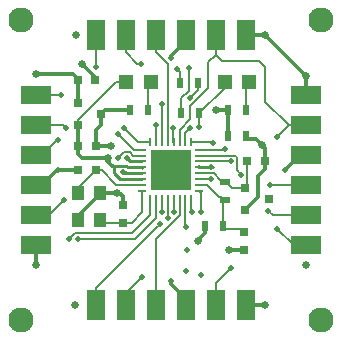
<source format=gbr>
G04 #@! TF.FileFunction,Copper,L1,Top,Signal*
%FSLAX46Y46*%
G04 Gerber Fmt 4.6, Leading zero omitted, Abs format (unit mm)*
G04 Created by KiCad (PCBNEW 4.0.0-rc1-stable) date 10/19/2015 9:11:09 PM*
%MOMM*%
G01*
G04 APERTURE LIST*
%ADD10C,0.100000*%
%ADD11R,0.700000X0.250000*%
%ADD12R,0.250000X0.700000*%
%ADD13R,1.725000X1.725000*%
%ADD14C,2.130000*%
%ADD15R,1.198880X1.198880*%
%ADD16R,1.524000X2.540000*%
%ADD17R,2.540000X1.524000*%
%ADD18R,0.800100X0.800100*%
%ADD19R,1.050000X1.300000*%
%ADD20R,0.800000X0.750000*%
%ADD21R,0.750000X0.800000*%
%ADD22R,0.500000X0.900000*%
%ADD23R,0.900000X0.500000*%
%ADD24C,0.635000*%
%ADD25C,0.508000*%
%ADD26C,0.304800*%
%ADD27C,0.254000*%
%ADD28C,0.177800*%
%ADD29C,0.152400*%
G04 APERTURE END LIST*
D10*
D11*
X137300000Y-112550000D03*
X137300000Y-113050000D03*
X137300000Y-113550000D03*
X137300000Y-114050000D03*
X137300000Y-114550000D03*
X137300000Y-115050000D03*
X137300000Y-115550000D03*
X137300000Y-116050000D03*
D12*
X137950000Y-116700000D03*
X138450000Y-116700000D03*
X138950000Y-116700000D03*
X139450000Y-116700000D03*
X139950000Y-116700000D03*
X140450000Y-116700000D03*
X140950000Y-116700000D03*
X141450000Y-116700000D03*
D11*
X142100000Y-116050000D03*
X142100000Y-115550000D03*
X142100000Y-115050000D03*
X142100000Y-114550000D03*
X142100000Y-114050000D03*
X142100000Y-113550000D03*
X142100000Y-113050000D03*
X142100000Y-112550000D03*
D12*
X141450000Y-111900000D03*
X140950000Y-111900000D03*
X140450000Y-111900000D03*
X139950000Y-111900000D03*
X139450000Y-111900000D03*
X138950000Y-111900000D03*
X138450000Y-111900000D03*
X137950000Y-111900000D03*
D13*
X140562500Y-115162500D03*
X140562500Y-113437500D03*
X138837500Y-115162500D03*
X138837500Y-113437500D03*
D14*
X127000000Y-127000000D03*
X152400000Y-127000000D03*
X152400000Y-101600000D03*
X127000000Y-101600000D03*
D15*
X135950960Y-106807000D03*
X138049000Y-106807000D03*
X144272000Y-106807000D03*
X146370040Y-106807000D03*
D16*
X146050000Y-125730000D03*
X143510000Y-125730000D03*
X140970000Y-125730000D03*
X138430000Y-125730000D03*
X135890000Y-125730000D03*
X133350000Y-125730000D03*
X133350000Y-102870000D03*
X135890000Y-102870000D03*
X138430000Y-102870000D03*
X140970000Y-102870000D03*
X143510000Y-102870000D03*
X146050000Y-102870000D03*
D17*
X151130000Y-107950000D03*
X151130000Y-110490000D03*
X151130000Y-113030000D03*
X151130000Y-115570000D03*
X151130000Y-118110000D03*
X151130000Y-120650000D03*
X128270000Y-120650000D03*
X128270000Y-118110000D03*
X128270000Y-115570000D03*
X128270000Y-113030000D03*
X128270000Y-110490000D03*
X128270000Y-107950000D03*
D18*
X131826000Y-108585000D03*
X131826000Y-110485000D03*
X133824980Y-109535000D03*
X145989000Y-115763000D03*
X145989000Y-117663000D03*
X147987980Y-116713000D03*
D19*
X131881000Y-116191000D03*
X131881000Y-118491000D03*
X133731000Y-118491000D03*
X133731000Y-116191000D03*
D20*
X131826000Y-106680000D03*
X133326000Y-106680000D03*
X131850000Y-112268000D03*
X133350000Y-112268000D03*
X146201000Y-113538000D03*
X147701000Y-113538000D03*
D21*
X145923000Y-119531000D03*
X145923000Y-121031000D03*
D20*
X133350000Y-114300000D03*
X131850000Y-114300000D03*
D21*
X135636000Y-118721000D03*
X135636000Y-117221000D03*
D22*
X144550000Y-111379000D03*
X146050000Y-111379000D03*
X142645000Y-118999000D03*
X144145000Y-118999000D03*
X137795000Y-109220000D03*
X136295000Y-109220000D03*
X146038000Y-109220000D03*
X144538000Y-109220000D03*
D23*
X144272000Y-116816000D03*
X144272000Y-115316000D03*
D22*
X140613000Y-109474000D03*
X142113000Y-109474000D03*
X141986000Y-106934000D03*
X140486000Y-106934000D03*
D24*
X135128000Y-116205000D03*
X143510000Y-109220006D03*
X132207000Y-105283000D03*
X134620000Y-112268000D03*
D25*
X135636000Y-114452420D03*
X136017000Y-113284000D03*
X139700000Y-104775004D03*
X130175000Y-114299998D03*
X139699998Y-123698000D03*
D24*
X141986006Y-120269000D03*
X134366000Y-113284000D03*
D25*
X149352000Y-114299998D03*
X143129000Y-114046000D03*
D24*
X144653000Y-121031000D03*
X147447000Y-112141000D03*
D25*
X142125587Y-110614483D03*
X142240000Y-117856000D03*
X137287000Y-123317000D03*
X130174990Y-111760000D03*
X135255000Y-111252000D03*
X135255000Y-113284000D03*
X130683000Y-116840000D03*
X131064000Y-120142000D03*
X131839539Y-120139666D03*
X138938000Y-117856000D03*
X139446000Y-118364000D03*
X130429004Y-107950000D03*
X139954000Y-117856000D03*
X141327236Y-108180236D03*
X140970000Y-119126000D03*
X141478000Y-117856000D03*
X133350000Y-105537000D03*
X138811000Y-118872000D03*
X143129000Y-115062000D03*
X144780000Y-113538000D03*
X145669000Y-114680998D03*
X144272000Y-112522000D03*
X148717000Y-119253000D03*
X147955000Y-117729000D03*
X143256000Y-112014000D03*
X148082000Y-115569998D03*
X141350998Y-110744000D03*
X144780000Y-122555000D03*
X148717000Y-111506000D03*
X141097000Y-121031000D03*
X139932610Y-110744000D03*
X130810000Y-110744000D03*
X135763000Y-110744000D03*
D24*
X147700988Y-102870000D03*
X151130000Y-106299000D03*
X128270000Y-106172000D03*
X131699000Y-102870000D03*
X128270000Y-122301000D03*
X131572000Y-125730000D03*
X147701000Y-125730000D03*
X151130000Y-122301000D03*
D25*
X141223986Y-105664000D03*
X137160000Y-105283000D03*
X140208000Y-105765610D03*
X142240000Y-123190000D03*
X138938000Y-108712000D03*
X140970000Y-122809000D03*
X138430000Y-110490010D03*
D26*
X135324800Y-116205000D02*
X135128000Y-116205000D01*
X135636000Y-116516200D02*
X135324800Y-116205000D01*
X135114000Y-116191000D02*
X135128000Y-116205000D01*
X135636000Y-117221000D02*
X135636000Y-116516200D01*
X133731000Y-116191000D02*
X135114000Y-116191000D01*
X143510006Y-109220000D02*
X143510000Y-109220006D01*
X144538000Y-109220000D02*
X143510006Y-109220000D01*
X144550000Y-111633000D02*
X144550000Y-109232000D01*
X144550000Y-109232000D02*
X144538000Y-109220000D01*
X133326000Y-106680000D02*
X133326000Y-106402000D01*
X133326000Y-106402000D02*
X132207000Y-105283000D01*
X130175000Y-114299998D02*
X131849998Y-114299998D01*
X131849998Y-114299998D02*
X131850000Y-114300000D01*
X131881000Y-118491000D02*
X131881000Y-118166000D01*
X131881000Y-118166000D02*
X133731000Y-116316000D01*
X133731000Y-116316000D02*
X133731000Y-116191000D01*
X136295000Y-109220000D02*
X134139980Y-109220000D01*
X134139980Y-109220000D02*
X133824980Y-109535000D01*
X133350000Y-110907830D02*
X133350000Y-112268000D01*
X133824980Y-109728000D02*
X133824980Y-110432850D01*
X133824980Y-110432850D02*
X133350000Y-110907830D01*
X133350000Y-112268000D02*
X134620000Y-112268000D01*
D27*
X135788420Y-114452420D02*
X135636000Y-114452420D01*
X135890000Y-114554000D02*
X135788420Y-114452420D01*
X137300000Y-114550000D02*
X135733580Y-114550000D01*
X135733580Y-114550000D02*
X135636000Y-114452420D01*
X136270999Y-113537999D02*
X136017000Y-113284000D01*
X136283000Y-113550000D02*
X136270999Y-113537999D01*
X137300000Y-113550000D02*
X136283000Y-113550000D01*
D26*
X139700000Y-104648000D02*
X139700000Y-104775004D01*
X140970000Y-103378000D02*
X139700000Y-104648000D01*
X140970000Y-102870000D02*
X140970000Y-103378000D01*
X130048002Y-114299998D02*
X130175000Y-114299998D01*
X128778000Y-115570000D02*
X130048002Y-114299998D01*
X128270000Y-115570000D02*
X128778000Y-115570000D01*
X139699998Y-123951998D02*
X139699998Y-123698000D01*
X140970000Y-125222000D02*
X139699998Y-123951998D01*
X140970000Y-125730000D02*
X140970000Y-125222000D01*
X142303505Y-119951501D02*
X141986006Y-120269000D01*
X142621000Y-119634006D02*
X142303505Y-119951501D01*
X142621000Y-118999000D02*
X142621000Y-119634006D01*
X134112000Y-113284000D02*
X134366000Y-113284000D01*
D28*
X135950960Y-106807000D02*
X135046720Y-106807000D01*
X135046720Y-106807000D02*
X131826000Y-110027720D01*
X131826000Y-110027720D02*
X131826000Y-110485000D01*
D26*
X131826000Y-110678000D02*
X131826000Y-112244000D01*
X131826000Y-112244000D02*
X131850000Y-112268000D01*
D27*
X137300000Y-114050000D02*
X136086026Y-114050000D01*
X136086026Y-114050000D02*
X135955026Y-113919000D01*
X135955026Y-113919000D02*
X134747000Y-113919000D01*
X134747000Y-113919000D02*
X134673879Y-113845879D01*
D26*
X134878000Y-114050000D02*
X134673879Y-113845879D01*
X134673879Y-113845879D02*
X134112000Y-113284000D01*
D27*
X137300000Y-115050000D02*
X137288000Y-115062000D01*
X137288000Y-115062000D02*
X135382000Y-115062000D01*
X135382000Y-115062000D02*
X135370000Y-115050000D01*
X137278589Y-114071411D02*
X137300000Y-114050000D01*
X134878000Y-114050000D02*
X134899411Y-114071411D01*
D26*
X134112000Y-113284000D02*
X132186200Y-113284000D01*
X132186200Y-113284000D02*
X131850000Y-112947800D01*
X131850000Y-112947800D02*
X131850000Y-112268000D01*
D27*
X135370000Y-115050000D02*
X134878000Y-114558000D01*
X134878000Y-114558000D02*
X134878000Y-114050000D01*
D29*
X142100000Y-114550000D02*
X143379000Y-114550000D01*
X143379000Y-114550000D02*
X143915000Y-115086000D01*
X146177000Y-115763000D02*
X146177000Y-113689000D01*
X143915000Y-115086000D02*
X144218000Y-115086000D01*
X144218000Y-115086000D02*
X144895000Y-115763000D01*
X144895000Y-115763000D02*
X146177000Y-115763000D01*
X146177000Y-113689000D02*
X146201000Y-113665000D01*
D26*
X149555198Y-114096800D02*
X149352000Y-114299998D01*
X150622000Y-113030000D02*
X149555198Y-114096800D01*
X151130000Y-113030000D02*
X150622000Y-113030000D01*
X145989000Y-117663000D02*
X147066000Y-116586000D01*
X147066000Y-116586000D02*
X147066000Y-114808000D01*
X147066000Y-114808000D02*
X147701000Y-114173000D01*
X147701000Y-114173000D02*
X147701000Y-113665000D01*
D27*
X142100000Y-114050000D02*
X143252000Y-114050000D01*
D26*
X145956020Y-117663000D02*
X145989000Y-117663000D01*
X145923000Y-121031000D02*
X144653000Y-121031000D01*
X146050000Y-111633000D02*
X146939000Y-111633000D01*
X146939000Y-111633000D02*
X147447000Y-112141000D01*
X147701000Y-113665000D02*
X147701000Y-112395000D01*
X147701000Y-112395000D02*
X147447000Y-112141000D01*
X142103999Y-114046001D02*
X142100000Y-114050000D01*
D29*
X144018000Y-116586000D02*
X144145000Y-116713000D01*
X144145000Y-116713000D02*
X144145000Y-119126000D01*
X144145000Y-119126000D02*
X144272000Y-119253000D01*
X144272000Y-119253000D02*
X145645000Y-119253000D01*
X145645000Y-119253000D02*
X145923000Y-119531000D01*
X142100000Y-115550000D02*
X142601000Y-115550000D01*
X142601000Y-115550000D02*
X142621000Y-115570000D01*
X142621000Y-115570000D02*
X142802000Y-115570000D01*
X142802000Y-115570000D02*
X143818000Y-116586000D01*
X143818000Y-116586000D02*
X144018000Y-116586000D01*
X133350000Y-114300000D02*
X133858000Y-114300000D01*
X133858000Y-114300000D02*
X135089898Y-115531898D01*
X135089898Y-115531898D02*
X136779498Y-115531898D01*
X136779498Y-115531898D02*
X136797600Y-115550000D01*
X136797600Y-115550000D02*
X137300000Y-115550000D01*
X131881000Y-115769000D02*
X131881000Y-116191000D01*
X133350000Y-114300000D02*
X131881000Y-115769000D01*
X137300000Y-116050000D02*
X137300000Y-117843000D01*
X137300000Y-117843000D02*
X136422000Y-118721000D01*
X136422000Y-118721000D02*
X135636000Y-118721000D01*
X135636000Y-118721000D02*
X133961000Y-118721000D01*
X133961000Y-118721000D02*
X133731000Y-118491000D01*
X135636000Y-118721000D02*
X135636000Y-118745000D01*
X137795000Y-109220000D02*
X137795000Y-107061000D01*
X137795000Y-107061000D02*
X138049000Y-106807000D01*
X144272000Y-106807000D02*
X144272000Y-107315000D01*
X144272000Y-107315000D02*
X142125587Y-109461413D01*
X142125587Y-109461413D02*
X142125587Y-110255273D01*
X142125587Y-110255273D02*
X142125587Y-110614483D01*
X142240000Y-117856000D02*
X142240000Y-116190000D01*
X142240000Y-116190000D02*
X142100000Y-116050000D01*
X135890000Y-125730000D02*
X135890000Y-124714000D01*
X135890000Y-124714000D02*
X137287000Y-123317000D01*
X146038000Y-109220000D02*
X146038000Y-107139040D01*
X146038000Y-107139040D02*
X146370040Y-106807000D01*
X130048000Y-111760000D02*
X130174990Y-111760000D01*
X128778000Y-113030000D02*
X130048000Y-111760000D01*
X128270000Y-113030000D02*
X128778000Y-113030000D01*
X135508999Y-111505999D02*
X135255000Y-111252000D01*
X136553000Y-112550000D02*
X135508999Y-111505999D01*
X137300000Y-112550000D02*
X136553000Y-112550000D01*
X136223250Y-112776000D02*
X135763000Y-112776000D01*
X135763000Y-112776000D02*
X135255000Y-113284000D01*
X137300000Y-113050000D02*
X136497250Y-113050000D01*
X136497250Y-113050000D02*
X136223250Y-112776000D01*
X128270000Y-118110000D02*
X129413000Y-118110000D01*
X129413000Y-118110000D02*
X130683000Y-116840000D01*
X129159000Y-118110000D02*
X128270000Y-118110000D01*
X131571999Y-119634001D02*
X131317999Y-119888001D01*
X137950000Y-116700000D02*
X137950000Y-118082000D01*
X131317999Y-119888001D02*
X131064000Y-120142000D01*
X136397999Y-119634001D02*
X131571999Y-119634001D01*
X137950000Y-118082000D02*
X136397999Y-119634001D01*
X132198749Y-120139666D02*
X131839539Y-120139666D01*
X136654334Y-120139666D02*
X132198749Y-120139666D01*
X138450000Y-116700000D02*
X138450000Y-118344000D01*
X138450000Y-118344000D02*
X136654334Y-120139666D01*
X138938000Y-117856000D02*
X138938000Y-116712000D01*
X138938000Y-116712000D02*
X138950000Y-116700000D01*
X139446000Y-118364000D02*
X139446000Y-116704000D01*
X139446000Y-116704000D02*
X139450000Y-116700000D01*
X128270000Y-107950000D02*
X130429004Y-107950000D01*
X139954000Y-117856000D02*
X139954000Y-116704000D01*
X139954000Y-116704000D02*
X139950000Y-116700000D01*
X138430000Y-120142000D02*
X140450000Y-118122000D01*
X140450000Y-118122000D02*
X140450000Y-116700000D01*
X138430000Y-125730000D02*
X138430000Y-120142000D01*
X140950000Y-116700000D02*
X140950000Y-118859005D01*
X140950000Y-118859005D02*
X140950000Y-118979000D01*
X140970000Y-119126000D02*
X140970000Y-118879005D01*
X140970000Y-118879005D02*
X140950000Y-118859005D01*
X140950000Y-118979000D02*
X140970000Y-118999000D01*
X141986000Y-106934000D02*
X141986000Y-107536400D01*
X141986000Y-107536400D02*
X141342164Y-108180236D01*
X141342164Y-108180236D02*
X141327236Y-108180236D01*
X141450000Y-117828000D02*
X141478000Y-117856000D01*
X141450000Y-116700000D02*
X141450000Y-117828000D01*
X133350000Y-102870000D02*
X133350000Y-105537000D01*
X138658600Y-118999000D02*
X138684000Y-118999000D01*
X138684000Y-118999000D02*
X138811000Y-118872000D01*
X133350000Y-125730000D02*
X133350000Y-124307600D01*
X133350000Y-124307600D02*
X138658600Y-118999000D01*
X142100000Y-115050000D02*
X143117000Y-115050000D01*
X143117000Y-115050000D02*
X143129000Y-115062000D01*
X144768000Y-113550000D02*
X144780000Y-113538000D01*
X142100000Y-113550000D02*
X144768000Y-113550000D01*
X142100000Y-113050000D02*
X145133252Y-113050000D01*
X145133252Y-113050000D02*
X145288000Y-113204748D01*
X145288000Y-113204748D02*
X145288000Y-114299998D01*
X145288000Y-114299998D02*
X145669000Y-114680998D01*
X142100000Y-112550000D02*
X144244000Y-112550000D01*
X144244000Y-112550000D02*
X144272000Y-112522000D01*
X148717000Y-119253000D02*
X150114000Y-120650000D01*
X150114000Y-120650000D02*
X151130000Y-120650000D01*
X151130000Y-118110000D02*
X148336000Y-118110000D01*
X148336000Y-118110000D02*
X147955000Y-117729000D01*
X141450000Y-111900000D02*
X143142000Y-111900000D01*
X143142000Y-111900000D02*
X143256000Y-112014000D01*
X151130000Y-115570000D02*
X148082002Y-115570000D01*
X148082002Y-115570000D02*
X148082000Y-115569998D01*
X141096999Y-110997999D02*
X141350998Y-110744000D01*
X140950000Y-111144998D02*
X141096999Y-110997999D01*
X140950000Y-111900000D02*
X140950000Y-111144998D01*
X143510000Y-125730000D02*
X143510000Y-123825000D01*
X143510000Y-123825000D02*
X144780000Y-122555000D01*
X151130000Y-110490000D02*
X149733000Y-110490000D01*
X149733000Y-110490000D02*
X148717000Y-111506000D01*
X143510000Y-104521000D02*
X142875000Y-105156000D01*
X142875000Y-105156000D02*
X142875000Y-107315000D01*
X140450000Y-110883000D02*
X140450000Y-111397600D01*
X142875000Y-107315000D02*
X141351000Y-108839000D01*
X141351000Y-108839000D02*
X141351000Y-109982000D01*
X141351000Y-109982000D02*
X140450000Y-110883000D01*
X140450000Y-111397600D02*
X140450000Y-111900000D01*
X151130000Y-110490000D02*
X149707600Y-110490000D01*
X149707600Y-110490000D02*
X147701000Y-108483400D01*
X147701000Y-108483400D02*
X147701000Y-105537000D01*
X147701000Y-105537000D02*
X147193000Y-105029000D01*
X147193000Y-105029000D02*
X144018000Y-105029000D01*
X144018000Y-105029000D02*
X143510000Y-104521000D01*
X143510000Y-104521000D02*
X143510000Y-102870000D01*
X139932610Y-110744000D02*
X139932610Y-111882610D01*
X139932610Y-111882610D02*
X139950000Y-111900000D01*
X138430000Y-102870000D02*
X138430000Y-104292400D01*
X138430000Y-104292400D02*
X139450000Y-105312400D01*
X139450000Y-105312400D02*
X139450000Y-111397600D01*
X139450000Y-111397600D02*
X139450000Y-111900000D01*
X130556001Y-110490001D02*
X130810000Y-110744000D01*
X128270000Y-110490000D02*
X130556001Y-110490001D01*
X136919000Y-111900000D02*
X136016999Y-110997999D01*
X136016999Y-110997999D02*
X135763000Y-110744000D01*
X137950000Y-111900000D02*
X136919000Y-111900000D01*
X128270000Y-110490000D02*
X128651000Y-110871000D01*
D26*
X148018487Y-103187499D02*
X147700988Y-102870000D01*
X151003000Y-106299000D02*
X151003000Y-106172012D01*
X151003000Y-106172012D02*
X148018487Y-103187499D01*
X146050000Y-102870000D02*
X147700988Y-102870000D01*
X131826000Y-106680000D02*
X131826000Y-108585000D01*
X128270000Y-106172000D02*
X131469000Y-106172000D01*
X131469000Y-106172000D02*
X131977000Y-106680000D01*
X128270000Y-120650000D02*
X128270000Y-122301000D01*
X146050000Y-125730000D02*
X147701000Y-125730000D01*
X151130000Y-107950000D02*
X151130000Y-106299000D01*
D29*
X140613000Y-109220000D02*
X140613000Y-108913759D01*
X140613000Y-108913759D02*
X140613000Y-108180222D01*
X140613000Y-109474000D02*
X140613000Y-108913759D01*
X140613000Y-108180222D02*
X141224000Y-107569222D01*
X141224000Y-107569222D02*
X141224000Y-105663999D01*
X141224000Y-105663999D02*
X141224000Y-105664000D01*
X141223996Y-105664000D02*
X141223986Y-105664000D01*
X136880600Y-105283000D02*
X137160000Y-105283000D01*
X135890000Y-102870000D02*
X135890000Y-104292400D01*
X135890000Y-104292400D02*
X136880600Y-105283000D01*
X140486000Y-106934000D02*
X140462000Y-106910000D01*
X140462000Y-106910000D02*
X140462000Y-106019610D01*
X140462000Y-106019610D02*
X140208000Y-105765610D01*
X140486000Y-106934000D02*
X140486000Y-106734000D01*
X138950000Y-111900000D02*
X138950000Y-111397600D01*
X138950000Y-111397600D02*
X138938000Y-111385600D01*
X138938000Y-111385600D02*
X138938000Y-109071210D01*
X138938000Y-109071210D02*
X138938000Y-108712000D01*
X138450000Y-110510010D02*
X138430000Y-110490010D01*
X138450000Y-111900000D02*
X138450000Y-110510010D01*
M02*

</source>
